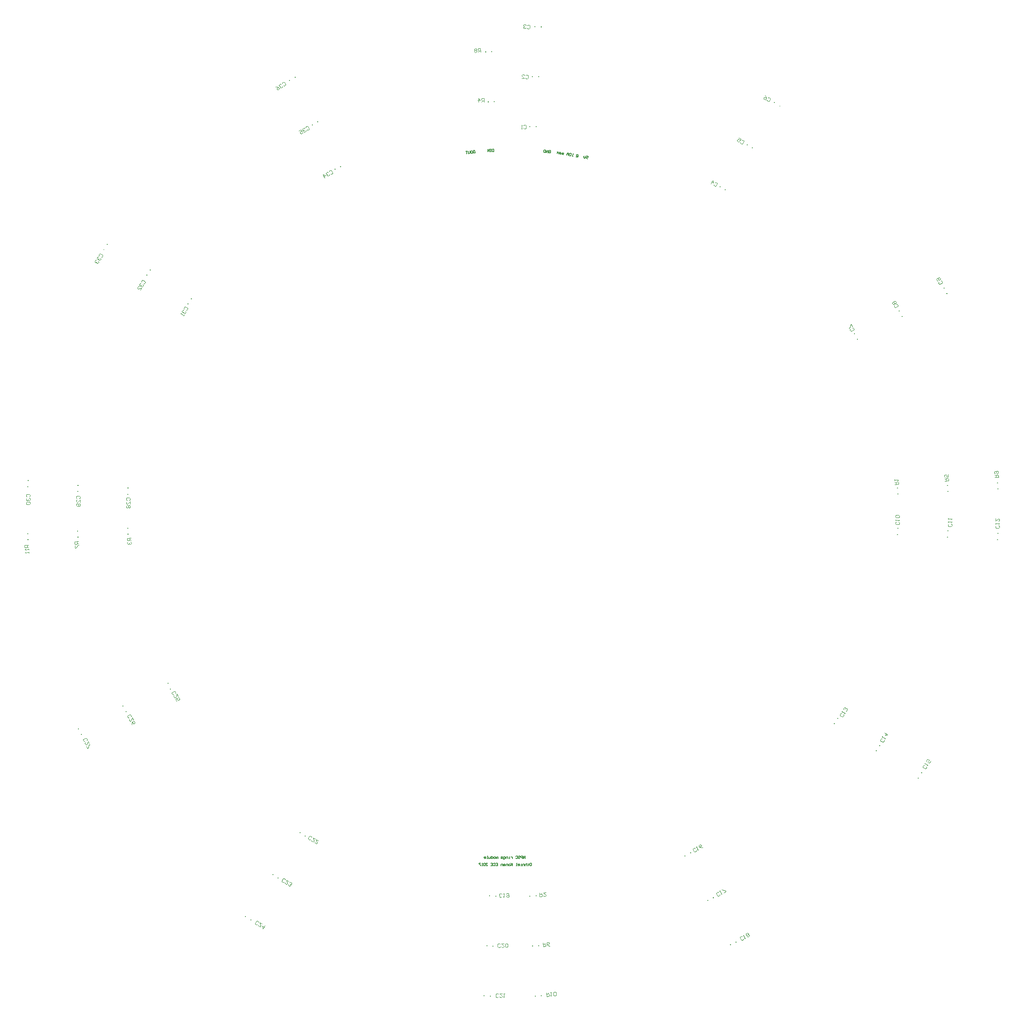
<source format=gbo>
G04 Layer_Color=32896*
%FSLAX42Y42*%
%MOMM*%
G71*
G01*
G75*
%ADD158C,0.20*%
%ADD159C,0.10*%
%ADD303C,0.13*%
D158*
X-9695Y-448D02*
X-9685Y-447D01*
X-9689Y-568D02*
X-9679Y-567D01*
X448Y-9684D02*
X448Y-9694D01*
X567Y-9680D02*
X568Y-9690D01*
X9685Y447D02*
X9695Y448D01*
X9679Y567D02*
X9689Y568D01*
X-542Y9189D02*
X-541Y9179D01*
X-422Y9196D02*
X-421Y9186D01*
X-8696Y-396D02*
X-8686Y-395D01*
X-8690Y-515D02*
X-8680Y-515D01*
X395Y-8685D02*
X396Y-8695D01*
X515Y-8681D02*
X515Y-8691D01*
X8686Y395D02*
X8696Y396D01*
X8681Y515D02*
X8690Y515D01*
X-489Y8191D02*
X-489Y8181D01*
X-369Y8197D02*
X-369Y8187D01*
X-7698Y-343D02*
X-7688Y-343D01*
X-7691Y-463D02*
X-7681Y-463D01*
X343Y-7687D02*
X343Y-7697D01*
X463Y-7682D02*
X463Y-7692D01*
X7687Y343D02*
X7697Y343D01*
X7682Y463D02*
X7692Y463D01*
X340Y7686D02*
X341Y7696D01*
X465Y7683D02*
X466Y7693D01*
X393Y8685D02*
X393Y8695D01*
X518Y8681D02*
X518Y8691D01*
X445Y9684D02*
X445Y9694D01*
X570Y9679D02*
X570Y9689D01*
X4138Y6486D02*
X4143Y6495D01*
X4244Y6421D02*
X4249Y6429D01*
X4683Y7326D02*
X4688Y7334D01*
X4788Y7259D02*
X4794Y7267D01*
X5228Y8165D02*
X5233Y8174D01*
X5333Y8097D02*
X5338Y8105D01*
X6828Y3549D02*
X6837Y3554D01*
X6885Y3438D02*
X6894Y3442D01*
X7718Y4003D02*
X7727Y4007D01*
X7776Y3892D02*
X7785Y3897D01*
X8610Y4457D02*
X8619Y4462D01*
X8667Y4346D02*
X8676Y4350D01*
X7688Y-340D02*
X7698Y-341D01*
X7681Y-465D02*
X7691Y-466D01*
X8687Y-393D02*
X8697Y-393D01*
X8680Y-517D02*
X8690Y-518D01*
X9684Y-445D02*
X9694Y-445D01*
X9679Y-570D02*
X9689Y-570D01*
X6488Y-4139D02*
X6496Y-4144D01*
X6419Y-4243D02*
X6427Y-4249D01*
X7326Y-4683D02*
X7335Y-4689D01*
X7258Y-4788D02*
X7267Y-4793D01*
X8165Y-5228D02*
X8174Y-5233D01*
X8097Y-5333D02*
X8105Y-5338D01*
X3549Y-6828D02*
X3554Y-6837D01*
X3438Y-6885D02*
X3442Y-6894D01*
X4003Y-7719D02*
X4008Y-7728D01*
X3892Y-7776D02*
X3896Y-7785D01*
X4457Y-8610D02*
X4462Y-8619D01*
X4346Y-8666D02*
X4350Y-8675D01*
X-341Y-7697D02*
X-340Y-7687D01*
X-466Y-7691D02*
X-465Y-7681D01*
X-393Y-8696D02*
X-393Y-8686D01*
X-518Y-8690D02*
X-517Y-8680D01*
X-445Y-9695D02*
X-445Y-9685D01*
X-570Y-9689D02*
X-570Y-9679D01*
X-4144Y-6496D02*
X-4139Y-6488D01*
X-4249Y-6427D02*
X-4243Y-6419D01*
X-4689Y-7335D02*
X-4683Y-7326D01*
X-4793Y-7267D02*
X-4788Y-7258D01*
X-5233Y-8173D02*
X-5228Y-8165D01*
X-5338Y-8105D02*
X-5333Y-8097D01*
X-6837Y-3554D02*
X-6828Y-3549D01*
X-6894Y-3442D02*
X-6885Y-3438D01*
X-7728Y-4008D02*
X-7719Y-4003D01*
X-7785Y-3896D02*
X-7776Y-3892D01*
X-8618Y-4461D02*
X-8609Y-4457D01*
X-8676Y-4351D02*
X-8667Y-4346D01*
X-7698Y341D02*
X-7688Y340D01*
X-7691Y466D02*
X-7681Y465D01*
X-8696Y393D02*
X-8686Y393D01*
X-8691Y518D02*
X-8681Y518D01*
X-9693Y488D02*
X-9683Y487D01*
X-9686Y613D02*
X-9676Y612D01*
X-6496Y4144D02*
X-6488Y4139D01*
X-6428Y4249D02*
X-6420Y4243D01*
X-7314Y4721D02*
X-7306Y4715D01*
X-7245Y4825D02*
X-7237Y4820D01*
X-8173Y5233D02*
X-8165Y5228D01*
X-8105Y5338D02*
X-8097Y5333D01*
X-3554Y6837D02*
X-3549Y6828D01*
X-3442Y6893D02*
X-3438Y6884D01*
X-4006Y7725D02*
X-4001Y7716D01*
X-3898Y7787D02*
X-3893Y7779D01*
X-4462Y8619D02*
X-4457Y8610D01*
X-4350Y8676D02*
X-4346Y8667D01*
D159*
X-9676Y-677D02*
X-9751Y-681D01*
X-9749Y-719D01*
X-9736Y-731D01*
X-9711Y-729D01*
X-9699Y-716D01*
X-9701Y-678D01*
X-9700Y-703D02*
X-9673Y-727D01*
X-9672Y-751D02*
X-9670Y-776D01*
X-9671Y-764D01*
X-9746Y-769D01*
X-9734Y-755D01*
X-9668Y-814D02*
X-9666Y-839D01*
X-9667Y-826D01*
X-9742Y-831D01*
X-9730Y-818D01*
X673Y-9626D02*
X679Y-9701D01*
X716Y-9698D01*
X728Y-9685D01*
X726Y-9660D01*
X712Y-9648D01*
X675Y-9651D01*
X700Y-9649D02*
X723Y-9623D01*
X748Y-9621D02*
X773Y-9619D01*
X760Y-9620D01*
X766Y-9694D01*
X753Y-9683D01*
X815Y-9678D02*
X829Y-9689D01*
X853Y-9688D01*
X865Y-9674D01*
X861Y-9624D01*
X848Y-9613D01*
X823Y-9615D01*
X811Y-9628D01*
X815Y-9678D01*
X9626Y673D02*
X9701Y676D01*
X9700Y713D01*
X9687Y725D01*
X9662Y724D01*
X9650Y711D01*
X9651Y674D01*
X9651Y699D02*
X9625Y723D01*
X9636Y749D02*
X9623Y761D01*
X9623Y786D01*
X9635Y798D01*
X9685Y800D01*
X9697Y788D01*
X9698Y763D01*
X9686Y750D01*
X9674Y750D01*
X9661Y762D01*
X9660Y799D01*
X-642Y9178D02*
X-647Y9252D01*
X-684Y9250D01*
X-696Y9237D01*
X-694Y9212D01*
X-681Y9200D01*
X-643Y9203D01*
X-668Y9201D02*
X-692Y9174D01*
X-721Y9235D02*
X-734Y9247D01*
X-759Y9245D01*
X-770Y9232D01*
X-770Y9219D01*
X-756Y9208D01*
X-768Y9195D01*
X-767Y9182D01*
X-754Y9170D01*
X-729Y9172D01*
X-717Y9185D01*
X-718Y9198D01*
X-731Y9209D01*
X-720Y9223D01*
X-721Y9235D01*
X-731Y9209D02*
X-756Y9208D01*
X-8679Y-607D02*
X-8753Y-613D01*
X-8750Y-651D01*
X-8737Y-662D01*
X-8712Y-660D01*
X-8700Y-646D01*
X-8704Y-609D01*
X-8702Y-634D02*
X-8674Y-657D01*
X-8747Y-688D02*
X-8743Y-738D01*
X-8730Y-737D01*
X-8685Y-683D01*
X-8672Y-682D01*
X603Y-8629D02*
X609Y-8704D01*
X647Y-8701D01*
X658Y-8687D01*
X656Y-8662D01*
X643Y-8651D01*
X605Y-8654D01*
X630Y-8652D02*
X653Y-8625D01*
X734Y-8694D02*
X708Y-8683D01*
X681Y-8660D01*
X679Y-8636D01*
X691Y-8622D01*
X716Y-8620D01*
X729Y-8632D01*
X730Y-8644D01*
X718Y-8657D01*
X681Y-8660D01*
X8629Y603D02*
X8704Y607D01*
X8702Y645D01*
X8689Y657D01*
X8664Y655D01*
X8652Y642D01*
X8654Y605D01*
X8653Y630D02*
X8626Y653D01*
X8697Y732D02*
X8700Y682D01*
X8662Y680D01*
X8674Y706D01*
X8673Y718D01*
X8660Y730D01*
X8635Y729D01*
X8623Y716D01*
X8624Y691D01*
X8638Y679D01*
X-572Y8180D02*
X-575Y8255D01*
X-612Y8254D01*
X-624Y8241D01*
X-623Y8216D01*
X-610Y8204D01*
X-573Y8205D01*
X-598Y8204D02*
X-622Y8178D01*
X-684Y8176D02*
X-687Y8251D01*
X-648Y8215D01*
X-698Y8213D01*
X-7631Y-534D02*
X-7706Y-540D01*
X-7703Y-577D01*
X-7690Y-589D01*
X-7665Y-587D01*
X-7653Y-573D01*
X-7656Y-536D01*
X-7654Y-561D02*
X-7627Y-583D01*
X-7688Y-613D02*
X-7699Y-627D01*
X-7697Y-652D01*
X-7683Y-663D01*
X-7671Y-662D01*
X-7660Y-649D01*
X-7661Y-636D01*
X-7660Y-649D01*
X-7646Y-660D01*
X-7634Y-659D01*
X-7622Y-646D01*
X-7624Y-621D01*
X-7638Y-609D01*
X534Y-7631D02*
X538Y-7706D01*
X576Y-7704D01*
X587Y-7691D01*
X586Y-7666D01*
X573Y-7654D01*
X535Y-7656D01*
X560Y-7655D02*
X584Y-7628D01*
X658Y-7624D02*
X608Y-7627D01*
X661Y-7674D01*
X662Y-7686D01*
X650Y-7699D01*
X626Y-7701D01*
X612Y-7689D01*
X7631Y534D02*
X7706Y538D01*
X7704Y576D01*
X7690Y588D01*
X7666Y586D01*
X7654Y573D01*
X7656Y535D01*
X7655Y560D02*
X7628Y584D01*
X7627Y608D02*
X7625Y633D01*
X7626Y621D01*
X7701Y626D01*
X7689Y612D01*
X217Y7708D02*
X229Y7720D01*
X254D01*
X267Y7708D01*
Y7658D01*
X254Y7645D01*
X229D01*
X217Y7658D01*
X192Y7645D02*
X167D01*
X180D01*
Y7720D01*
X192Y7708D01*
X255Y8710D02*
X268Y8722D01*
X293Y8720D01*
X305Y8707D01*
X303Y8657D01*
X289Y8645D01*
X264Y8647D01*
X253Y8660D01*
X177Y8651D02*
X227Y8649D01*
X180Y8701D01*
X180Y8714D01*
X193Y8725D01*
X218Y8724D01*
X230Y8711D01*
X291Y9710D02*
X304Y9721D01*
X329Y9720D01*
X341Y9706D01*
X338Y9657D01*
X324Y9645D01*
X299Y9646D01*
X288Y9660D01*
X266Y9711D02*
X254Y9724D01*
X229Y9726D01*
X216Y9714D01*
X215Y9702D01*
X227Y9688D01*
X239Y9688D01*
X227Y9688D01*
X214Y9677D01*
X213Y9664D01*
X225Y9651D01*
X249Y9649D01*
X263Y9661D01*
X4043Y6567D02*
X4060Y6571D01*
X4082Y6558D01*
X4086Y6541D01*
X4060Y6498D01*
X4043Y6494D01*
X4022Y6507D01*
X4017Y6524D01*
X3957Y6545D02*
X3996Y6610D01*
X4009Y6558D01*
X3966Y6584D01*
X4575Y7415D02*
X4592Y7419D01*
X4613Y7406D01*
X4617Y7389D01*
X4590Y7346D01*
X4573Y7342D01*
X4552Y7355D01*
X4548Y7373D01*
X4518Y7465D02*
X4560Y7439D01*
X4540Y7407D01*
X4526Y7431D01*
X4515Y7438D01*
X4498Y7434D01*
X4484Y7412D01*
X4488Y7395D01*
X4510Y7382D01*
X4527Y7386D01*
X5102Y8263D02*
X5119Y8267D01*
X5140Y8255D01*
X5145Y8238D01*
X5120Y8194D01*
X5103Y8190D01*
X5081Y8202D01*
X5077Y8219D01*
X5043Y8311D02*
X5058Y8288D01*
X5068Y8254D01*
X5055Y8232D01*
X5038Y8227D01*
X5016Y8240D01*
X5012Y8257D01*
X5018Y8268D01*
X5035Y8272D01*
X5068Y8254D01*
X6785Y3665D02*
X6802Y3661D01*
X6814Y3639D01*
X6809Y3622D01*
X6765Y3598D01*
X6748Y3602D01*
X6736Y3624D01*
X6741Y3641D01*
X6784Y3693D02*
X6760Y3737D01*
X6749Y3731D01*
X6729Y3663D01*
X6718Y3657D01*
X7665Y4136D02*
X7682Y4132D01*
X7695Y4110D01*
X7691Y4093D01*
X7648Y4067D01*
X7631Y4072D01*
X7618Y4093D01*
X7622Y4110D01*
X7652Y4157D02*
X7657Y4175D01*
X7644Y4196D01*
X7627Y4200D01*
X7616Y4194D01*
X7612Y4177D01*
X7595Y4181D01*
X7584Y4174D01*
X7580Y4157D01*
X7592Y4136D01*
X7610Y4132D01*
X7620Y4138D01*
X7625Y4155D01*
X7642Y4151D01*
X7652Y4157D01*
X7625Y4155D02*
X7612Y4177D01*
X8550Y4605D02*
X8567Y4600D01*
X8580Y4578D01*
X8575Y4561D01*
X8531Y4537D01*
X8514Y4541D01*
X8502Y4563D01*
X8507Y4580D01*
X8494Y4602D02*
X8477Y4607D01*
X8465Y4628D01*
X8470Y4645D01*
X8513Y4670D01*
X8530Y4665D01*
X8543Y4643D01*
X8538Y4626D01*
X8527Y4620D01*
X8510Y4625D01*
X8492Y4658D01*
X7708Y-217D02*
X7720Y-229D01*
Y-254D01*
X7708Y-267D01*
X7658D01*
X7645Y-254D01*
Y-229D01*
X7658Y-217D01*
X7645Y-192D02*
Y-167D01*
Y-180D01*
X7720D01*
X7708Y-192D01*
Y-130D02*
X7720Y-117D01*
Y-92D01*
X7708Y-80D01*
X7658D01*
X7645Y-92D01*
Y-117D01*
X7658Y-130D01*
X7708D01*
X8758Y-254D02*
X8770Y-267D01*
X8770Y-292D01*
X8757Y-304D01*
X8707Y-304D01*
X8695Y-291D01*
X8695Y-266D01*
X8708Y-254D01*
X8695Y-229D02*
X8696Y-204D01*
X8695Y-216D01*
X8770Y-217D01*
X8758Y-229D01*
X8696Y-166D02*
X8696Y-141D01*
X8696Y-154D01*
X8771Y-154D01*
X8758Y-167D01*
X9707Y-287D02*
X9719Y-300D01*
X9719Y-325D01*
X9707Y-337D01*
X9657Y-337D01*
X9644Y-324D01*
X9644Y-299D01*
X9657Y-287D01*
X9645Y-262D02*
X9645Y-237D01*
X9645Y-249D01*
X9720Y-250D01*
X9707Y-262D01*
X9646Y-149D02*
X9645Y-199D01*
X9696Y-150D01*
X9708Y-150D01*
X9721Y-162D01*
X9720Y-187D01*
X9708Y-200D01*
X6609Y-4069D02*
X6614Y-4086D01*
X6601Y-4108D01*
X6584Y-4112D01*
X6541Y-4087D01*
X6536Y-4070D01*
X6549Y-4048D01*
X6566Y-4044D01*
X6568Y-4016D02*
X6581Y-3994D01*
X6574Y-4005D01*
X6639Y-4043D01*
X6622Y-4047D01*
X6654Y-3994D02*
X6671Y-3989D01*
X6683Y-3968D01*
X6679Y-3951D01*
X6668Y-3944D01*
X6651Y-3949D01*
X6645Y-3959D01*
X6651Y-3949D01*
X6647Y-3932D01*
X6636Y-3925D01*
X6619Y-3930D01*
X6606Y-3951D01*
X6611Y-3968D01*
X7415Y-4572D02*
X7419Y-4590D01*
X7407Y-4611D01*
X7389Y-4616D01*
X7346Y-4590D01*
X7342Y-4573D01*
X7355Y-4551D01*
X7372Y-4547D01*
X7374Y-4519D02*
X7386Y-4498D01*
X7380Y-4508D01*
X7445Y-4546D01*
X7428Y-4551D01*
X7424Y-4433D02*
X7489Y-4471D01*
X7438Y-4484D01*
X7463Y-4441D01*
X8263Y-5104D02*
X8267Y-5121D01*
X8254Y-5142D01*
X8237Y-5146D01*
X8194Y-5120D01*
X8190Y-5103D01*
X8203Y-5082D01*
X8220Y-5078D01*
X8223Y-5050D02*
X8236Y-5028D01*
X8229Y-5039D01*
X8293Y-5078D01*
X8276Y-5082D01*
X8346Y-4993D02*
X8319Y-5036D01*
X8287Y-5016D01*
X8311Y-5001D01*
X8318Y-4991D01*
X8314Y-4973D01*
X8292Y-4960D01*
X8275Y-4965D01*
X8262Y-4986D01*
X8266Y-5003D01*
X3666Y-6783D02*
X3662Y-6800D01*
X3640Y-6813D01*
X3623Y-6808D01*
X3598Y-6765D01*
X3602Y-6748D01*
X3624Y-6736D01*
X3641Y-6740D01*
X3656Y-6716D02*
X3678Y-6704D01*
X3667Y-6710D01*
X3705Y-6775D01*
X3688Y-6770D01*
X3791Y-6724D02*
X3763Y-6726D01*
X3729Y-6717D01*
X3716Y-6696D01*
X3721Y-6678D01*
X3742Y-6666D01*
X3759Y-6670D01*
X3766Y-6681D01*
X3761Y-6698D01*
X3729Y-6717D01*
X4137Y-7663D02*
X4133Y-7681D01*
X4112Y-7694D01*
X4094Y-7690D01*
X4068Y-7648D01*
X4071Y-7631D01*
X4093Y-7617D01*
X4110Y-7621D01*
X4124Y-7597D02*
X4145Y-7584D01*
X4135Y-7590D01*
X4175Y-7654D01*
X4158Y-7650D01*
X4217Y-7627D02*
X4259Y-7600D01*
X4253Y-7589D01*
X4184Y-7574D01*
X4177Y-7564D01*
X4605Y-8549D02*
X4601Y-8566D01*
X4579Y-8579D01*
X4562Y-8574D01*
X4537Y-8531D01*
X4541Y-8514D01*
X4563Y-8501D01*
X4580Y-8506D01*
X4595Y-8482D02*
X4617Y-8470D01*
X4606Y-8476D01*
X4644Y-8541D01*
X4627Y-8536D01*
X4681Y-8505D02*
X4698Y-8509D01*
X4719Y-8496D01*
X4724Y-8479D01*
X4717Y-8468D01*
X4700Y-8464D01*
X4705Y-8447D01*
X4698Y-8436D01*
X4681Y-8432D01*
X4660Y-8444D01*
X4655Y-8461D01*
X4662Y-8472D01*
X4679Y-8477D01*
X4674Y-8494D01*
X4681Y-8505D01*
X4679Y-8477D02*
X4700Y-8464D01*
X-215Y-7706D02*
X-228Y-7719D01*
X-253Y-7720D01*
X-265Y-7708D01*
X-267Y-7658D01*
X-254Y-7645D01*
X-230Y-7644D01*
X-217Y-7657D01*
X-192Y-7643D02*
X-167Y-7643D01*
X-180Y-7643D01*
X-178Y-7718D01*
X-190Y-7706D01*
X-129Y-7654D02*
X-117Y-7641D01*
X-92Y-7641D01*
X-79Y-7653D01*
X-78Y-7703D01*
X-90Y-7716D01*
X-115Y-7716D01*
X-128Y-7704D01*
X-128Y-7692D01*
X-116Y-7679D01*
X-79Y-7678D01*
X-251Y-8707D02*
X-264Y-8719D01*
X-289Y-8720D01*
X-301Y-8707D01*
X-302Y-8657D01*
X-289Y-8645D01*
X-264Y-8644D01*
X-252Y-8657D01*
X-177Y-8644D02*
X-227Y-8644D01*
X-176Y-8694D01*
X-176Y-8706D01*
X-189Y-8719D01*
X-214Y-8719D01*
X-226Y-8707D01*
X-151Y-8706D02*
X-139Y-8718D01*
X-114Y-8718D01*
X-101Y-8705D01*
X-102Y-8655D01*
X-114Y-8643D01*
X-139Y-8643D01*
X-152Y-8656D01*
X-151Y-8706D01*
X-287Y-9707D02*
X-300Y-9719D01*
X-325Y-9719D01*
X-337Y-9707D01*
X-337Y-9657D01*
X-324Y-9644D01*
X-299Y-9644D01*
X-287Y-9657D01*
X-212Y-9645D02*
X-262Y-9645D01*
X-212Y-9695D01*
X-212Y-9708D01*
X-225Y-9720D01*
X-250Y-9720D01*
X-262Y-9707D01*
X-187Y-9645D02*
X-162Y-9646D01*
X-174Y-9646D01*
X-175Y-9721D01*
X-187Y-9708D01*
X-4043Y-6567D02*
X-4060Y-6571D01*
X-4081Y-6559D01*
X-4086Y-6541D01*
X-4060Y-6498D01*
X-4043Y-6494D01*
X-4022Y-6507D01*
X-4017Y-6524D01*
X-3946Y-6551D02*
X-3989Y-6526D01*
X-3972Y-6594D01*
X-3978Y-6605D01*
X-3995Y-6609D01*
X-4017Y-6597D01*
X-4021Y-6579D01*
X-3882Y-6589D02*
X-3925Y-6564D01*
X-3907Y-6632D01*
X-3913Y-6643D01*
X-3930Y-6647D01*
X-3952Y-6635D01*
X-3956Y-6618D01*
X-4572Y-7415D02*
X-4589Y-7419D01*
X-4610Y-7407D01*
X-4615Y-7390D01*
X-4590Y-7346D01*
X-4573Y-7342D01*
X-4551Y-7354D01*
X-4547Y-7371D01*
X-4476Y-7398D02*
X-4519Y-7373D01*
X-4501Y-7441D01*
X-4507Y-7452D01*
X-4524Y-7457D01*
X-4546Y-7444D01*
X-4550Y-7427D01*
X-4485Y-7465D02*
X-4481Y-7482D01*
X-4459Y-7494D01*
X-4442Y-7490D01*
X-4436Y-7479D01*
X-4440Y-7462D01*
X-4451Y-7456D01*
X-4440Y-7462D01*
X-4423Y-7457D01*
X-4417Y-7446D01*
X-4421Y-7429D01*
X-4443Y-7417D01*
X-4460Y-7421D01*
X-5104Y-8263D02*
X-5121Y-8267D01*
X-5142Y-8254D01*
X-5146Y-8237D01*
X-5120Y-8194D01*
X-5103Y-8190D01*
X-5082Y-8203D01*
X-5078Y-8220D01*
X-5007Y-8249D02*
X-5050Y-8223D01*
X-5033Y-8292D01*
X-5040Y-8302D01*
X-5057Y-8306D01*
X-5078Y-8293D01*
X-5082Y-8276D01*
X-4954Y-8282D02*
X-4993Y-8346D01*
X-5005Y-8294D01*
X-4963Y-8320D01*
X-6782Y-3667D02*
X-6799Y-3663D01*
X-6812Y-3641D01*
X-6808Y-3624D01*
X-6765Y-3598D01*
X-6748Y-3602D01*
X-6735Y-3623D01*
X-6739Y-3641D01*
X-6689Y-3698D02*
X-6715Y-3655D01*
X-6732Y-3724D01*
X-6743Y-3731D01*
X-6760Y-3727D01*
X-6773Y-3705D01*
X-6769Y-3688D01*
X-6714Y-3801D02*
X-6740Y-3758D01*
X-6708Y-3739D01*
X-6706Y-3767D01*
X-6699Y-3777D01*
X-6682Y-3782D01*
X-6661Y-3768D01*
X-6657Y-3751D01*
X-6670Y-3730D01*
X-6687Y-3726D01*
X-7670Y-4134D02*
X-7687Y-4129D01*
X-7698Y-4107D01*
X-7693Y-4090D01*
X-7649Y-4067D01*
X-7632Y-4072D01*
X-7620Y-4094D01*
X-7625Y-4111D01*
X-7580Y-4172D02*
X-7603Y-4127D01*
X-7624Y-4195D01*
X-7635Y-4201D01*
X-7652Y-4195D01*
X-7664Y-4173D01*
X-7658Y-4156D01*
X-7612Y-4273D02*
X-7612Y-4245D01*
X-7602Y-4211D01*
X-7579Y-4200D01*
X-7562Y-4205D01*
X-7551Y-4227D01*
X-7556Y-4244D01*
X-7567Y-4250D01*
X-7584Y-4244D01*
X-7602Y-4211D01*
X-8553Y-4603D02*
X-8570Y-4598D01*
X-8582Y-4576D01*
X-8576Y-4559D01*
X-8532Y-4536D01*
X-8515Y-4542D01*
X-8503Y-4564D01*
X-8509Y-4581D01*
X-8464Y-4642D02*
X-8486Y-4597D01*
X-8508Y-4664D01*
X-8519Y-4670D01*
X-8536Y-4665D01*
X-8548Y-4642D01*
X-8542Y-4626D01*
X-8519Y-4698D02*
X-8496Y-4743D01*
X-8485Y-4737D01*
X-8463Y-4670D01*
X-8452Y-4664D01*
X-7707Y216D02*
X-7720Y228D01*
X-7720Y253D01*
X-7708Y266D01*
X-7658Y267D01*
X-7645Y254D01*
X-7645Y229D01*
X-7657Y217D01*
X-7643Y142D02*
X-7644Y192D01*
X-7693Y141D01*
X-7706Y141D01*
X-7718Y153D01*
X-7719Y178D01*
X-7707Y191D01*
X-7705Y116D02*
X-7717Y103D01*
X-7717Y78D01*
X-7704Y66D01*
X-7692Y66D01*
X-7680Y79D01*
X-7667Y67D01*
X-7654Y67D01*
X-7642Y80D01*
X-7643Y105D01*
X-7655Y117D01*
X-7668Y117D01*
X-7680Y104D01*
X-7693Y116D01*
X-7705Y116D01*
X-7680Y104D02*
X-7680Y79D01*
X-8707Y251D02*
X-8719Y264D01*
X-8720Y289D01*
X-8707Y301D01*
X-8657Y302D01*
X-8645Y289D01*
X-8644Y264D01*
X-8657Y252D01*
X-8644Y177D02*
X-8644Y227D01*
X-8694Y176D01*
X-8706Y176D01*
X-8719Y189D01*
X-8719Y214D01*
X-8707Y226D01*
X-8656Y152D02*
X-8643Y139D01*
X-8643Y114D01*
X-8655Y102D01*
X-8705Y101D01*
X-8718Y114D01*
X-8718Y139D01*
X-8706Y151D01*
X-8693Y151D01*
X-8681Y139D01*
X-8680Y102D01*
X-9707Y287D02*
X-9719Y299D01*
Y324D01*
X-9707Y337D01*
X-9657D01*
X-9644Y324D01*
Y299D01*
X-9657Y287D01*
X-9707Y262D02*
X-9719Y249D01*
Y224D01*
X-9707Y212D01*
X-9694D01*
X-9682Y224D01*
Y237D01*
Y224D01*
X-9669Y212D01*
X-9657D01*
X-9644Y224D01*
Y249D01*
X-9657Y262D01*
X-9707Y187D02*
X-9719Y174D01*
Y149D01*
X-9707Y137D01*
X-9657D01*
X-9644Y149D01*
Y174D01*
X-9657Y187D01*
X-9707D01*
X-6567Y4041D02*
X-6571Y4058D01*
X-6559Y4080D01*
X-6542Y4085D01*
X-6498Y4060D01*
X-6494Y4043D01*
X-6506Y4021D01*
X-6523Y4017D01*
X-6579Y4019D02*
X-6596Y4015D01*
X-6608Y3993D01*
X-6603Y3976D01*
X-6593Y3970D01*
X-6576Y3974D01*
X-6569Y3985D01*
X-6576Y3974D01*
X-6571Y3957D01*
X-6560Y3951D01*
X-6543Y3956D01*
X-6531Y3978D01*
X-6535Y3995D01*
X-6561Y3923D02*
X-6574Y3902D01*
X-6568Y3912D01*
X-6633Y3949D01*
X-6616Y3954D01*
X-7415Y4575D02*
X-7419Y4592D01*
X-7406Y4613D01*
X-7389Y4617D01*
X-7346Y4590D01*
X-7342Y4573D01*
X-7355Y4552D01*
X-7373Y4548D01*
X-7428Y4553D02*
X-7446Y4549D01*
X-7459Y4528D01*
X-7455Y4511D01*
X-7444Y4504D01*
X-7427Y4508D01*
X-7420Y4519D01*
X-7427Y4508D01*
X-7423Y4491D01*
X-7412Y4484D01*
X-7395Y4488D01*
X-7382Y4510D01*
X-7386Y4527D01*
X-7442Y4414D02*
X-7415Y4457D01*
X-7484Y4441D01*
X-7495Y4447D01*
X-7499Y4465D01*
X-7485Y4486D01*
X-7468Y4490D01*
X-8263Y5105D02*
X-8267Y5122D01*
X-8254Y5143D01*
X-8236Y5147D01*
X-8194Y5120D01*
X-8190Y5103D01*
X-8204Y5082D01*
X-8221Y5078D01*
X-8277Y5084D02*
X-8294Y5080D01*
X-8307Y5059D01*
X-8303Y5042D01*
X-8293Y5035D01*
X-8276Y5039D01*
X-8269Y5050D01*
X-8276Y5039D01*
X-8272Y5022D01*
X-8261Y5015D01*
X-8244Y5019D01*
X-8231Y5040D01*
X-8234Y5057D01*
X-8317Y5021D02*
X-8334Y5017D01*
X-8348Y4996D01*
X-8344Y4979D01*
X-8333Y4972D01*
X-8316Y4976D01*
X-8309Y4986D01*
X-8316Y4976D01*
X-8312Y4959D01*
X-8302Y4952D01*
X-8284Y4956D01*
X-8271Y4977D01*
X-8275Y4994D01*
X-3665Y6785D02*
X-3661Y6802D01*
X-3639Y6814D01*
X-3622Y6809D01*
X-3598Y6765D01*
X-3602Y6748D01*
X-3624Y6736D01*
X-3641Y6741D01*
X-3687Y6773D02*
X-3704Y6778D01*
X-3726Y6766D01*
X-3731Y6749D01*
X-3725Y6738D01*
X-3708Y6733D01*
X-3697Y6739D01*
X-3708Y6733D01*
X-3713Y6716D01*
X-3707Y6705D01*
X-3690Y6700D01*
X-3668Y6712D01*
X-3663Y6729D01*
X-3755Y6664D02*
X-3792Y6729D01*
X-3741Y6715D01*
X-3784Y6690D01*
X-4136Y7666D02*
X-4131Y7683D01*
X-4110Y7696D01*
X-4093Y7691D01*
X-4067Y7648D01*
X-4072Y7631D01*
X-4093Y7618D01*
X-4110Y7623D01*
X-4157Y7653D02*
X-4174Y7658D01*
X-4196Y7645D01*
X-4200Y7628D01*
X-4194Y7617D01*
X-4177Y7613D01*
X-4166Y7619D01*
X-4177Y7613D01*
X-4181Y7596D01*
X-4175Y7585D01*
X-4158Y7580D01*
X-4136Y7593D01*
X-4132Y7610D01*
X-4271Y7601D02*
X-4228Y7626D01*
X-4209Y7594D01*
X-4237Y7592D01*
X-4248Y7585D01*
X-4252Y7568D01*
X-4240Y7547D01*
X-4222Y7542D01*
X-4201Y7555D01*
X-4196Y7572D01*
X-4606Y8548D02*
X-4602Y8565D01*
X-4580Y8578D01*
X-4563Y8574D01*
X-4537Y8531D01*
X-4541Y8514D01*
X-4562Y8501D01*
X-4580Y8505D01*
X-4627Y8535D02*
X-4644Y8539D01*
X-4665Y8526D01*
X-4670Y8508D01*
X-4663Y8498D01*
X-4646Y8494D01*
X-4635Y8500D01*
X-4646Y8494D01*
X-4650Y8476D01*
X-4643Y8466D01*
X-4626Y8462D01*
X-4605Y8475D01*
X-4601Y8492D01*
X-4740Y8480D02*
X-4712Y8482D01*
X-4678Y8474D01*
X-4665Y8453D01*
X-4669Y8436D01*
X-4690Y8423D01*
X-4707Y8427D01*
X-4714Y8437D01*
X-4710Y8454D01*
X-4678Y8474D01*
D303*
X-758Y7210D02*
X-753Y7161D01*
X-777Y7158D01*
X-787Y7165D01*
X-790Y7198D01*
X-783Y7208D01*
X-758Y7210D01*
X-832Y7202D02*
X-816Y7204D01*
X-807Y7197D01*
X-803Y7164D01*
X-811Y7154D01*
X-827Y7153D01*
X-836Y7160D01*
X-840Y7193D01*
X-832Y7202D01*
X-857Y7200D02*
X-853Y7158D01*
X-860Y7149D01*
X-877Y7147D01*
X-886Y7155D01*
X-890Y7196D01*
X-907Y7195D02*
X-940Y7191D01*
X-924Y7193D01*
X-918Y7143D01*
X-377Y7240D02*
Y7190D01*
X-402D01*
X-410Y7198D01*
Y7232D01*
X-402Y7240D01*
X-377D01*
X-427D02*
X-443D01*
X-435D01*
Y7190D01*
X-427D01*
X-443D01*
X-468D02*
Y7240D01*
X-502Y7190D01*
Y7240D01*
X722Y7204D02*
X731Y7212D01*
X748Y7211D01*
X756Y7202D01*
X753Y7169D01*
X744Y7161D01*
X728Y7162D01*
X720Y7171D01*
X721Y7188D01*
X738Y7187D01*
X703Y7164D02*
X706Y7214D01*
X670Y7166D01*
X673Y7216D01*
X656Y7217D02*
X653Y7168D01*
X628Y7169D01*
X620Y7178D01*
X623Y7211D01*
X631Y7219D01*
X656Y7217D01*
X1473Y7098D02*
X1506Y7092D01*
X1501Y7067D01*
X1486Y7078D01*
X1478Y7080D01*
X1468Y7073D01*
X1466Y7057D01*
X1472Y7047D01*
X1489Y7044D01*
X1498Y7051D01*
X1456Y7101D02*
X1451Y7068D01*
X1431Y7054D01*
X1418Y7074D01*
X1424Y7106D01*
X1278Y7098D02*
X1280Y7106D01*
X1288Y7105D01*
X1287Y7097D01*
X1278Y7098D01*
X1272Y7108D01*
X1274Y7124D01*
X1284Y7131D01*
X1301Y7128D01*
X1307Y7118D01*
X1302Y7086D01*
X1292Y7079D01*
X1267Y7083D01*
X1202Y7095D02*
X1185Y7098D01*
X1193Y7096D01*
X1202Y7145D01*
X1209Y7136D01*
X1168Y7143D02*
X1161Y7153D01*
X1145Y7156D01*
X1135Y7149D01*
X1129Y7116D01*
X1136Y7106D01*
X1152Y7103D01*
X1162Y7110D01*
X1168Y7143D01*
X1111Y7111D02*
X1117Y7143D01*
X1104Y7163D01*
X1084Y7149D01*
X1079Y7116D01*
X1083Y7141D01*
X1116Y7135D01*
X1013Y7128D02*
X1019Y7161D01*
X1011Y7162D01*
X1001Y7156D01*
X997Y7131D01*
X1001Y7156D01*
X994Y7165D01*
X984Y7158D01*
X980Y7134D01*
X961Y7171D02*
X945Y7174D01*
X935Y7167D01*
X931Y7142D01*
X955Y7138D01*
X965Y7145D01*
X958Y7155D01*
X934Y7159D01*
X920Y7178D02*
X882Y7151D01*
X901Y7165D01*
X887Y7184D01*
X914Y7145D01*
X243Y-6946D02*
Y-6896D01*
X209Y-6946D01*
Y-6896D01*
X193Y-6946D02*
Y-6896D01*
X168D01*
X159Y-6904D01*
Y-6921D01*
X168Y-6929D01*
X193D01*
X109Y-6904D02*
X118Y-6896D01*
X134D01*
X143Y-6904D01*
Y-6912D01*
X134Y-6921D01*
X118D01*
X109Y-6929D01*
Y-6937D01*
X118Y-6946D01*
X134D01*
X143Y-6937D01*
X59Y-6904D02*
X68Y-6896D01*
X84D01*
X93Y-6904D01*
Y-6937D01*
X84Y-6946D01*
X68D01*
X59Y-6937D01*
X-7Y-6912D02*
Y-6946D01*
Y-6929D01*
X-16Y-6921D01*
X-24Y-6912D01*
X-32D01*
X-57Y-6946D02*
X-74D01*
X-66D01*
Y-6912D01*
X-57D01*
X-99Y-6946D02*
Y-6912D01*
X-124D01*
X-132Y-6921D01*
Y-6946D01*
X-166Y-6962D02*
X-174D01*
X-182Y-6954D01*
Y-6912D01*
X-157D01*
X-149Y-6921D01*
Y-6937D01*
X-157Y-6946D01*
X-182D01*
X-199D02*
X-224D01*
X-232Y-6937D01*
X-224Y-6929D01*
X-207D01*
X-199Y-6921D01*
X-207Y-6912D01*
X-232D01*
X-299Y-6946D02*
Y-6912D01*
X-307D01*
X-316Y-6921D01*
Y-6946D01*
Y-6921D01*
X-324Y-6912D01*
X-332Y-6921D01*
Y-6946D01*
X-357D02*
X-374D01*
X-382Y-6937D01*
Y-6921D01*
X-374Y-6912D01*
X-357D01*
X-349Y-6921D01*
Y-6937D01*
X-357Y-6946D01*
X-432Y-6896D02*
Y-6946D01*
X-407D01*
X-399Y-6937D01*
Y-6921D01*
X-407Y-6912D01*
X-432D01*
X-449D02*
Y-6937D01*
X-457Y-6946D01*
X-482D01*
Y-6912D01*
X-499Y-6946D02*
X-516D01*
X-507D01*
Y-6896D01*
X-499D01*
X-566Y-6946D02*
X-549D01*
X-541Y-6937D01*
Y-6921D01*
X-549Y-6912D01*
X-566D01*
X-574Y-6921D01*
Y-6929D01*
X-541D01*
X347Y-7040D02*
X363D01*
X372Y-7049D01*
Y-7082D01*
X363Y-7090D01*
X347D01*
X338Y-7082D01*
Y-7049D01*
X347Y-7040D01*
X313Y-7049D02*
Y-7057D01*
X322D01*
X305D01*
X313D01*
Y-7082D01*
X305Y-7090D01*
X280Y-7040D02*
Y-7090D01*
Y-7065D01*
X272Y-7057D01*
X255D01*
X247Y-7065D01*
Y-7090D01*
X230D02*
Y-7057D01*
X205D01*
X197Y-7065D01*
Y-7090D01*
X180D02*
X163D01*
X172D01*
Y-7057D01*
X180D01*
X113Y-7090D02*
X130D01*
X138Y-7082D01*
Y-7065D01*
X130Y-7057D01*
X113D01*
X105Y-7065D01*
Y-7074D01*
X138D01*
X88Y-7090D02*
X72D01*
X80D01*
Y-7040D01*
X88D01*
X-3D02*
Y-7090D01*
Y-7074D01*
X-37Y-7040D01*
X-12Y-7065D01*
X-37Y-7090D01*
X-62D02*
X-78D01*
X-87Y-7082D01*
Y-7065D01*
X-78Y-7057D01*
X-62D01*
X-53Y-7065D01*
Y-7082D01*
X-62Y-7090D01*
X-103D02*
Y-7057D01*
X-128D01*
X-137Y-7065D01*
Y-7090D01*
X-162Y-7057D02*
X-178D01*
X-187Y-7065D01*
Y-7090D01*
X-162D01*
X-153Y-7082D01*
X-162Y-7074D01*
X-187D01*
X-203Y-7090D02*
Y-7057D01*
X-228D01*
X-237Y-7065D01*
Y-7090D01*
X-337Y-7040D02*
X-303D01*
Y-7090D01*
X-337D01*
X-303Y-7065D02*
X-320D01*
X-387Y-7049D02*
X-378Y-7040D01*
X-362D01*
X-353Y-7049D01*
Y-7082D01*
X-362Y-7090D01*
X-378D01*
X-387Y-7082D01*
X-436Y-7040D02*
X-403D01*
Y-7090D01*
X-436D01*
X-403Y-7065D02*
X-420D01*
X-536Y-7090D02*
X-503D01*
X-536Y-7057D01*
Y-7049D01*
X-528Y-7040D01*
X-511D01*
X-503Y-7049D01*
X-553D02*
X-561Y-7040D01*
X-578D01*
X-586Y-7049D01*
Y-7082D01*
X-578Y-7090D01*
X-561D01*
X-553Y-7082D01*
Y-7049D01*
X-603Y-7090D02*
X-620D01*
X-611D01*
Y-7040D01*
X-603Y-7049D01*
X-645Y-7040D02*
X-678D01*
Y-7049D01*
X-645Y-7082D01*
Y-7090D01*
M02*

</source>
